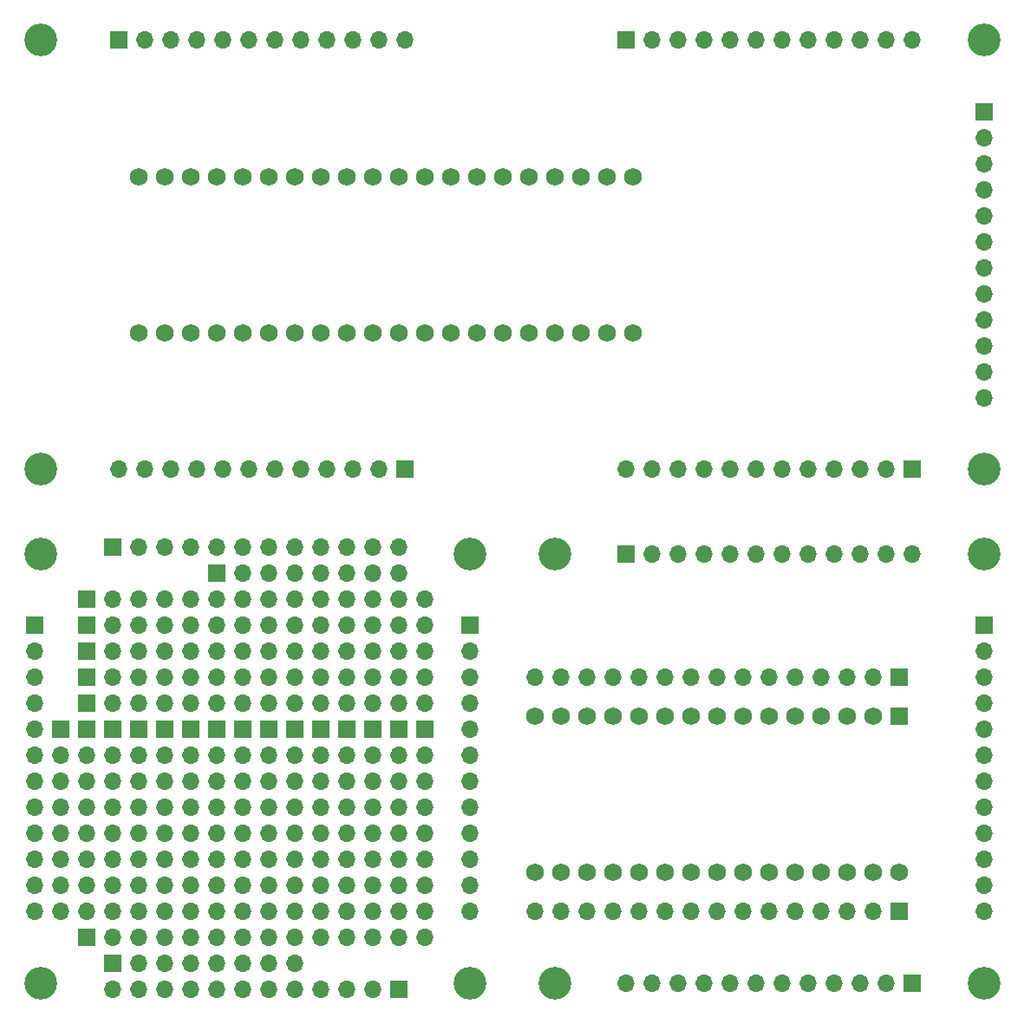
<source format=gbr>
G04 #@! TF.FileFunction,Soldermask,Top*
%FSLAX46Y46*%
G04 Gerber Fmt 4.6, Leading zero omitted, Abs format (unit mm)*
G04 Created by KiCad (PCBNEW 4.0.7+dfsg1-1~bpo9+1) date Wed May  2 15:24:50 2018*
%MOMM*%
%LPD*%
G01*
G04 APERTURE LIST*
%ADD10C,0.100000*%
%ADD11C,1.727200*%
%ADD12R,1.700000X1.700000*%
%ADD13O,1.700000X1.700000*%
%ADD14C,3.200000*%
%ADD15R,1.727200X1.727200*%
G04 APERTURE END LIST*
D10*
D11*
X71755000Y-48260000D03*
X74295000Y-48260000D03*
X76835000Y-48260000D03*
X79375000Y-48260000D03*
X81915000Y-48260000D03*
X84455000Y-48260000D03*
X86995000Y-48260000D03*
X89535000Y-48260000D03*
X92075000Y-48260000D03*
X94615000Y-48260000D03*
X97155000Y-48260000D03*
X99695000Y-48260000D03*
X102235000Y-48260000D03*
X104775000Y-48260000D03*
X107315000Y-48260000D03*
X109855000Y-48260000D03*
X112395000Y-48260000D03*
X114935000Y-48260000D03*
X117475000Y-48260000D03*
X120015000Y-48260000D03*
X71755000Y-63500000D03*
X74295000Y-63500000D03*
X76835000Y-63500000D03*
X79375000Y-63500000D03*
X81915000Y-63500000D03*
X84455000Y-63500000D03*
X86995000Y-63500000D03*
X89535000Y-63500000D03*
X92075000Y-63500000D03*
X94615000Y-63500000D03*
X97155000Y-63500000D03*
X99695000Y-63500000D03*
X102235000Y-63500000D03*
X104775000Y-63500000D03*
X107315000Y-63500000D03*
X109855000Y-63500000D03*
X112395000Y-63500000D03*
X114935000Y-63500000D03*
X117475000Y-63500000D03*
X120015000Y-63500000D03*
D12*
X147320000Y-76835000D03*
D13*
X144780000Y-76835000D03*
X142240000Y-76835000D03*
X139700000Y-76835000D03*
X137160000Y-76835000D03*
X134620000Y-76835000D03*
X132080000Y-76835000D03*
X129540000Y-76835000D03*
X127000000Y-76835000D03*
X124460000Y-76835000D03*
X121920000Y-76835000D03*
X119380000Y-76835000D03*
D12*
X154305000Y-41910000D03*
D13*
X154305000Y-44450000D03*
X154305000Y-46990000D03*
X154305000Y-49530000D03*
X154305000Y-52070000D03*
X154305000Y-54610000D03*
X154305000Y-57150000D03*
X154305000Y-59690000D03*
X154305000Y-62230000D03*
X154305000Y-64770000D03*
X154305000Y-67310000D03*
X154305000Y-69850000D03*
D12*
X119380000Y-34925000D03*
D13*
X121920000Y-34925000D03*
X124460000Y-34925000D03*
X127000000Y-34925000D03*
X129540000Y-34925000D03*
X132080000Y-34925000D03*
X134620000Y-34925000D03*
X137160000Y-34925000D03*
X139700000Y-34925000D03*
X142240000Y-34925000D03*
X144780000Y-34925000D03*
X147320000Y-34925000D03*
D14*
X154305000Y-34925000D03*
X154305000Y-76835000D03*
X62230000Y-76835000D03*
X62230000Y-34925000D03*
D12*
X69850000Y-34925000D03*
D13*
X72390000Y-34925000D03*
X74930000Y-34925000D03*
X77470000Y-34925000D03*
X80010000Y-34925000D03*
X82550000Y-34925000D03*
X85090000Y-34925000D03*
X87630000Y-34925000D03*
X90170000Y-34925000D03*
X92710000Y-34925000D03*
X95250000Y-34925000D03*
X97790000Y-34925000D03*
D12*
X97790000Y-76835000D03*
D13*
X95250000Y-76835000D03*
X92710000Y-76835000D03*
X90170000Y-76835000D03*
X87630000Y-76835000D03*
X85090000Y-76835000D03*
X82550000Y-76835000D03*
X80010000Y-76835000D03*
X77470000Y-76835000D03*
X74930000Y-76835000D03*
X72390000Y-76835000D03*
X69850000Y-76835000D03*
D12*
X104140000Y-92075000D03*
D13*
X104140000Y-94615000D03*
X104140000Y-97155000D03*
X104140000Y-99695000D03*
X104140000Y-102235000D03*
X104140000Y-104775000D03*
X104140000Y-107315000D03*
X104140000Y-109855000D03*
X104140000Y-112395000D03*
X104140000Y-114935000D03*
X104140000Y-117475000D03*
X104140000Y-120015000D03*
D12*
X64135000Y-102235000D03*
D13*
X64135000Y-104775000D03*
X64135000Y-107315000D03*
X64135000Y-109855000D03*
X64135000Y-112395000D03*
X64135000Y-114935000D03*
X64135000Y-117475000D03*
X64135000Y-120015000D03*
D12*
X66675000Y-102235000D03*
D13*
X66675000Y-104775000D03*
X66675000Y-107315000D03*
X66675000Y-109855000D03*
X66675000Y-112395000D03*
X66675000Y-114935000D03*
X66675000Y-117475000D03*
X66675000Y-120015000D03*
D12*
X66675000Y-97155000D03*
D13*
X69215000Y-97155000D03*
X71755000Y-97155000D03*
X74295000Y-97155000D03*
X76835000Y-97155000D03*
X79375000Y-97155000D03*
X81915000Y-97155000D03*
X84455000Y-97155000D03*
X86995000Y-97155000D03*
X89535000Y-97155000D03*
X92075000Y-97155000D03*
X94615000Y-97155000D03*
X97155000Y-97155000D03*
X99695000Y-97155000D03*
D12*
X66675000Y-99695000D03*
D13*
X69215000Y-99695000D03*
X71755000Y-99695000D03*
X74295000Y-99695000D03*
X76835000Y-99695000D03*
X79375000Y-99695000D03*
X81915000Y-99695000D03*
X84455000Y-99695000D03*
X86995000Y-99695000D03*
X89535000Y-99695000D03*
X92075000Y-99695000D03*
X94615000Y-99695000D03*
X97155000Y-99695000D03*
X99695000Y-99695000D03*
D12*
X66675000Y-89535000D03*
D13*
X69215000Y-89535000D03*
X71755000Y-89535000D03*
X74295000Y-89535000D03*
X76835000Y-89535000D03*
X79375000Y-89535000D03*
X81915000Y-89535000D03*
X84455000Y-89535000D03*
X86995000Y-89535000D03*
X89535000Y-89535000D03*
X92075000Y-89535000D03*
X94615000Y-89535000D03*
X97155000Y-89535000D03*
X99695000Y-89535000D03*
D14*
X62230000Y-85090000D03*
X104140000Y-85090000D03*
X104140000Y-127000000D03*
X62230000Y-127000000D03*
D12*
X61595000Y-92075000D03*
D13*
X61595000Y-94615000D03*
X61595000Y-97155000D03*
X61595000Y-99695000D03*
X61595000Y-102235000D03*
X61595000Y-104775000D03*
X61595000Y-107315000D03*
X61595000Y-109855000D03*
X61595000Y-112395000D03*
X61595000Y-114935000D03*
X61595000Y-117475000D03*
X61595000Y-120015000D03*
D12*
X69215000Y-84455000D03*
D13*
X71755000Y-84455000D03*
X74295000Y-84455000D03*
X76835000Y-84455000D03*
X79375000Y-84455000D03*
X81915000Y-84455000D03*
X84455000Y-84455000D03*
X86995000Y-84455000D03*
X89535000Y-84455000D03*
X92075000Y-84455000D03*
X94615000Y-84455000D03*
X97155000Y-84455000D03*
D12*
X97155000Y-127635000D03*
D13*
X94615000Y-127635000D03*
X92075000Y-127635000D03*
X89535000Y-127635000D03*
X86995000Y-127635000D03*
X84455000Y-127635000D03*
X81915000Y-127635000D03*
X79375000Y-127635000D03*
X76835000Y-127635000D03*
X74295000Y-127635000D03*
X71755000Y-127635000D03*
X69215000Y-127635000D03*
D12*
X97155000Y-102235000D03*
D13*
X97155000Y-104775000D03*
X97155000Y-107315000D03*
X97155000Y-109855000D03*
X97155000Y-112395000D03*
X97155000Y-114935000D03*
X97155000Y-117475000D03*
X97155000Y-120015000D03*
D12*
X81915000Y-102235000D03*
D13*
X81915000Y-104775000D03*
X81915000Y-107315000D03*
X81915000Y-109855000D03*
X81915000Y-112395000D03*
X81915000Y-114935000D03*
X81915000Y-117475000D03*
X81915000Y-120015000D03*
D12*
X79375000Y-102235000D03*
D13*
X79375000Y-104775000D03*
X79375000Y-107315000D03*
X79375000Y-109855000D03*
X79375000Y-112395000D03*
X79375000Y-114935000D03*
X79375000Y-117475000D03*
X79375000Y-120015000D03*
D12*
X89535000Y-102235000D03*
D13*
X89535000Y-104775000D03*
X89535000Y-107315000D03*
X89535000Y-109855000D03*
X89535000Y-112395000D03*
X89535000Y-114935000D03*
X89535000Y-117475000D03*
X89535000Y-120015000D03*
D12*
X86995000Y-102235000D03*
D13*
X86995000Y-104775000D03*
X86995000Y-107315000D03*
X86995000Y-109855000D03*
X86995000Y-112395000D03*
X86995000Y-114935000D03*
X86995000Y-117475000D03*
X86995000Y-120015000D03*
D12*
X71755000Y-102235000D03*
D13*
X71755000Y-104775000D03*
X71755000Y-107315000D03*
X71755000Y-109855000D03*
X71755000Y-112395000D03*
X71755000Y-114935000D03*
X71755000Y-117475000D03*
X71755000Y-120015000D03*
D12*
X76835000Y-102235000D03*
D13*
X76835000Y-104775000D03*
X76835000Y-107315000D03*
X76835000Y-109855000D03*
X76835000Y-112395000D03*
X76835000Y-114935000D03*
X76835000Y-117475000D03*
X76835000Y-120015000D03*
D12*
X99695000Y-102235000D03*
D13*
X99695000Y-104775000D03*
X99695000Y-107315000D03*
X99695000Y-109855000D03*
X99695000Y-112395000D03*
X99695000Y-114935000D03*
X99695000Y-117475000D03*
X99695000Y-120015000D03*
D12*
X84455000Y-102235000D03*
D13*
X84455000Y-104775000D03*
X84455000Y-107315000D03*
X84455000Y-109855000D03*
X84455000Y-112395000D03*
X84455000Y-114935000D03*
X84455000Y-117475000D03*
X84455000Y-120015000D03*
D12*
X74295000Y-102235000D03*
D13*
X74295000Y-104775000D03*
X74295000Y-107315000D03*
X74295000Y-109855000D03*
X74295000Y-112395000D03*
X74295000Y-114935000D03*
X74295000Y-117475000D03*
X74295000Y-120015000D03*
D12*
X66675000Y-94615000D03*
D13*
X69215000Y-94615000D03*
X71755000Y-94615000D03*
X74295000Y-94615000D03*
X76835000Y-94615000D03*
X79375000Y-94615000D03*
X81915000Y-94615000D03*
X84455000Y-94615000D03*
X86995000Y-94615000D03*
X89535000Y-94615000D03*
X92075000Y-94615000D03*
X94615000Y-94615000D03*
X97155000Y-94615000D03*
X99695000Y-94615000D03*
D12*
X66675000Y-92075000D03*
D13*
X69215000Y-92075000D03*
X71755000Y-92075000D03*
X74295000Y-92075000D03*
X76835000Y-92075000D03*
X79375000Y-92075000D03*
X81915000Y-92075000D03*
X84455000Y-92075000D03*
X86995000Y-92075000D03*
X89535000Y-92075000D03*
X92075000Y-92075000D03*
X94615000Y-92075000D03*
X97155000Y-92075000D03*
X99695000Y-92075000D03*
D12*
X92075000Y-102235000D03*
D13*
X92075000Y-104775000D03*
X92075000Y-107315000D03*
X92075000Y-109855000D03*
X92075000Y-112395000D03*
X92075000Y-114935000D03*
X92075000Y-117475000D03*
X92075000Y-120015000D03*
D12*
X94615000Y-102235000D03*
D13*
X94615000Y-104775000D03*
X94615000Y-107315000D03*
X94615000Y-109855000D03*
X94615000Y-112395000D03*
X94615000Y-114935000D03*
X94615000Y-117475000D03*
X94615000Y-120015000D03*
D12*
X69215000Y-102235000D03*
D13*
X69215000Y-104775000D03*
X69215000Y-107315000D03*
X69215000Y-109855000D03*
X69215000Y-112395000D03*
X69215000Y-114935000D03*
X69215000Y-117475000D03*
X69215000Y-120015000D03*
D12*
X69215000Y-125095000D03*
D13*
X71755000Y-125095000D03*
X74295000Y-125095000D03*
X76835000Y-125095000D03*
X79375000Y-125095000D03*
X81915000Y-125095000D03*
X84455000Y-125095000D03*
X86995000Y-125095000D03*
D12*
X79375000Y-86995000D03*
D13*
X81915000Y-86995000D03*
X84455000Y-86995000D03*
X86995000Y-86995000D03*
X89535000Y-86995000D03*
X92075000Y-86995000D03*
X94615000Y-86995000D03*
X97155000Y-86995000D03*
D12*
X66675000Y-122555000D03*
D13*
X69215000Y-122555000D03*
X71755000Y-122555000D03*
X74295000Y-122555000D03*
X76835000Y-122555000D03*
X79375000Y-122555000D03*
X81915000Y-122555000D03*
X84455000Y-122555000D03*
X86995000Y-122555000D03*
X89535000Y-122555000D03*
X92075000Y-122555000D03*
X94615000Y-122555000D03*
X97155000Y-122555000D03*
X99695000Y-122555000D03*
D12*
X119380000Y-85090000D03*
D13*
X121920000Y-85090000D03*
X124460000Y-85090000D03*
X127000000Y-85090000D03*
X129540000Y-85090000D03*
X132080000Y-85090000D03*
X134620000Y-85090000D03*
X137160000Y-85090000D03*
X139700000Y-85090000D03*
X142240000Y-85090000D03*
X144780000Y-85090000D03*
X147320000Y-85090000D03*
D12*
X154305000Y-92075000D03*
D13*
X154305000Y-94615000D03*
X154305000Y-97155000D03*
X154305000Y-99695000D03*
X154305000Y-102235000D03*
X154305000Y-104775000D03*
X154305000Y-107315000D03*
X154305000Y-109855000D03*
X154305000Y-112395000D03*
X154305000Y-114935000D03*
X154305000Y-117475000D03*
X154305000Y-120015000D03*
D12*
X147320000Y-127000000D03*
D13*
X144780000Y-127000000D03*
X142240000Y-127000000D03*
X139700000Y-127000000D03*
X137160000Y-127000000D03*
X134620000Y-127000000D03*
X132080000Y-127000000D03*
X129540000Y-127000000D03*
X127000000Y-127000000D03*
X124460000Y-127000000D03*
X121920000Y-127000000D03*
X119380000Y-127000000D03*
D14*
X154305000Y-85090000D03*
X154305000Y-127000000D03*
X112395000Y-127000000D03*
X112395000Y-85090000D03*
D11*
X146050000Y-116205000D03*
X143510000Y-116205000D03*
X140970000Y-116205000D03*
X138430000Y-116205000D03*
X135890000Y-116205000D03*
X133350000Y-116205000D03*
X130810000Y-116205000D03*
X128270000Y-116205000D03*
X125730000Y-116205000D03*
X123190000Y-116205000D03*
X120650000Y-116205000D03*
X118110000Y-116205000D03*
X115570000Y-116205000D03*
X113030000Y-116205000D03*
X110490000Y-116205000D03*
X110490000Y-100965000D03*
X113030000Y-100965000D03*
X115570000Y-100965000D03*
X118110000Y-100965000D03*
X120650000Y-100965000D03*
X123190000Y-100965000D03*
X125730000Y-100965000D03*
X128270000Y-100965000D03*
X130810000Y-100965000D03*
X133350000Y-100965000D03*
X135890000Y-100965000D03*
X138430000Y-100965000D03*
X140970000Y-100965000D03*
X143510000Y-100965000D03*
D15*
X146050000Y-100965000D03*
D12*
X146050000Y-97155000D03*
D13*
X143510000Y-97155000D03*
X140970000Y-97155000D03*
X138430000Y-97155000D03*
X135890000Y-97155000D03*
X133350000Y-97155000D03*
X130810000Y-97155000D03*
X128270000Y-97155000D03*
X125730000Y-97155000D03*
X123190000Y-97155000D03*
X120650000Y-97155000D03*
X118110000Y-97155000D03*
X115570000Y-97155000D03*
X113030000Y-97155000D03*
X110490000Y-97155000D03*
D12*
X146050000Y-120015000D03*
D13*
X143510000Y-120015000D03*
X140970000Y-120015000D03*
X138430000Y-120015000D03*
X135890000Y-120015000D03*
X133350000Y-120015000D03*
X130810000Y-120015000D03*
X128270000Y-120015000D03*
X125730000Y-120015000D03*
X123190000Y-120015000D03*
X120650000Y-120015000D03*
X118110000Y-120015000D03*
X115570000Y-120015000D03*
X113030000Y-120015000D03*
X110490000Y-120015000D03*
M02*

</source>
